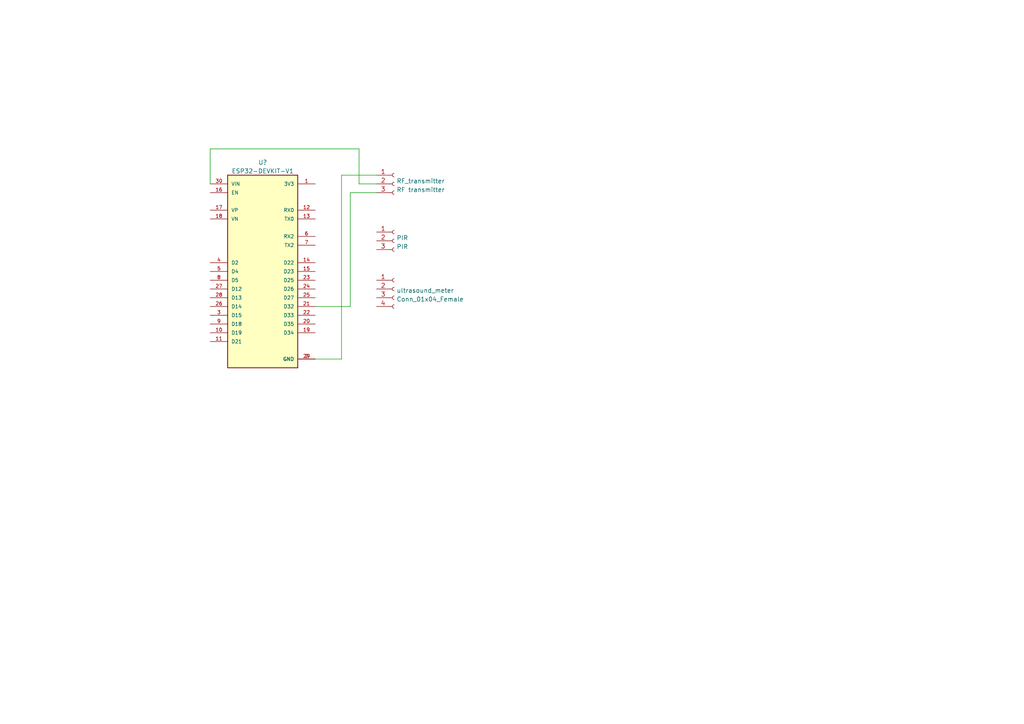
<source format=kicad_sch>
(kicad_sch (version 20211123) (generator eeschema)
  (paper "A4")
  (lib_symbols
    (symbol "Connector:Conn_01x03_Female" (pin_names (offset 1.016) hide)
      (property "Reference" "J" (at 0 5.08 0))
      (property "Value" "Conn_01x03_Female" (at 0 -5.08 0))
      (symbol "Conn_01x03_Female_1_1"
        (arc (start 0 -2.032) (mid -0.508 -2.54) (end 0 -3.048) (stroke (width 0.1524)))
        (polyline (pts (xy -1.27 -2.54) (xy -0.508 -2.54)) (stroke (width 0.1524)))
        (polyline (pts (xy -1.27 0) (xy -0.508 0)) (stroke (width 0.1524)))
        (polyline (pts (xy -1.27 2.54) (xy -0.508 2.54)) (stroke (width 0.1524)))
        (arc (start 0 0.508) (mid -0.508 0) (end 0 -0.508) (stroke (width 0.1524)))
        (arc (start 0 3.048) (mid -0.508 2.54) (end 0 2.032) (stroke (width 0.1524)))
        (pin passive line (at -5.08 2.54 0) (length 3.81) (name "Pin_1") (number "1"))
        (pin passive line (at -5.08 0 0) (length 3.81) (name "Pin_2") (number "2"))
        (pin passive line (at -5.08 -2.54 0) (length 3.81) (name "Pin_3") (number "3"))
      )
    )
    (symbol "Connector:Conn_01x04_Female" (pin_names (offset 1.016) hide)
      (property "Reference" "J" (at 0 5.08 0))
      (property "Value" "Conn_01x04_Female" (at 0 -7.62 0))
      (symbol "Conn_01x04_Female_1_1"
        (arc (start 0 -4.572) (mid -0.508 -5.08) (end 0 -5.588) (stroke (width 0.1524)))
        (arc (start 0 -2.032) (mid -0.508 -2.54) (end 0 -3.048) (stroke (width 0.1524)))
        (polyline (pts (xy -1.27 -5.08) (xy -0.508 -5.08)) (stroke (width 0.1524)))
        (polyline (pts (xy -1.27 -2.54) (xy -0.508 -2.54)) (stroke (width 0.1524)))
        (polyline (pts (xy -1.27 0) (xy -0.508 0)) (stroke (width 0.1524)))
        (polyline (pts (xy -1.27 2.54) (xy -0.508 2.54)) (stroke (width 0.1524)))
        (arc (start 0 0.508) (mid -0.508 0) (end 0 -0.508) (stroke (width 0.1524)))
        (arc (start 0 3.048) (mid -0.508 2.54) (end 0 2.032) (stroke (width 0.1524)))
        (pin passive line (at -5.08 2.54 0) (length 3.81) (name "Pin_1") (number "1"))
        (pin passive line (at -5.08 0 0) (length 3.81) (name "Pin_2") (number "2"))
        (pin passive line (at -5.08 -2.54 0) (length 3.81) (name "Pin_3") (number "3"))
        (pin passive line (at -5.08 -5.08 0) (length 3.81) (name "Pin_4") (number "4"))
      )
    )
    (symbol "ESP32-devkit-v1:ESP32-DEVKIT-V1" (pin_names (offset 1.016))
      (property "Reference" "U" (at -10.16 30.48 0))
      (property "Value" "ESP32-DEVKIT-V1" (at -10.16 -30.48 0))
      (symbol "ESP32-DEVKIT-V1_0_0"
        (rectangle (start -10.16 -27.94) (end 10.16 27.94) (stroke (width 0.254)) (fill (type background)))
        (pin output line (at 15.24 25.4 180) (length 5.08) (name "3V3") (number "1"))
        (pin bidirectional line (at -15.24 -17.78 0) (length 5.08) (name "D19") (number "10"))
        (pin bidirectional line (at -15.24 -20.32 0) (length 5.08) (name "D21") (number "11"))
        (pin input line (at 15.24 17.78 180) (length 5.08) (name "RX0") (number "12"))
        (pin output line (at 15.24 15.24 180) (length 5.08) (name "TX0") (number "13"))
        (pin bidirectional line (at 15.24 2.54 180) (length 5.08) (name "D22") (number "14"))
        (pin bidirectional line (at 15.24 0 180) (length 5.08) (name "D23") (number "15"))
        (pin input line (at -15.24 22.86 0) (length 5.08) (name "EN") (number "16"))
        (pin bidirectional line (at -15.24 17.78 0) (length 5.08) (name "VP") (number "17"))
        (pin bidirectional line (at -15.24 15.24 0) (length 5.08) (name "VN") (number "18"))
        (pin bidirectional line (at 15.24 -17.78 180) (length 5.08) (name "D34") (number "19"))
        (pin power_in line (at 15.24 -25.4 180) (length 5.08) (name "GND") (number "2"))
        (pin bidirectional line (at 15.24 -15.24 180) (length 5.08) (name "D35") (number "20"))
        (pin bidirectional line (at 15.24 -10.16 180) (length 5.08) (name "D32") (number "21"))
        (pin bidirectional line (at 15.24 -12.7 180) (length 5.08) (name "D33") (number "22"))
        (pin bidirectional line (at 15.24 -2.54 180) (length 5.08) (name "D25") (number "23"))
        (pin bidirectional line (at 15.24 -5.08 180) (length 5.08) (name "D26") (number "24"))
        (pin bidirectional line (at 15.24 -7.62 180) (length 5.08) (name "D27") (number "25"))
        (pin bidirectional line (at -15.24 -10.16 0) (length 5.08) (name "D14") (number "26"))
        (pin bidirectional line (at -15.24 -5.08 0) (length 5.08) (name "D12") (number "27"))
        (pin bidirectional line (at -15.24 -7.62 0) (length 5.08) (name "D13") (number "28"))
        (pin power_in line (at 15.24 -25.4 180) (length 5.08) (name "GND") (number "29"))
        (pin bidirectional line (at -15.24 -12.7 0) (length 5.08) (name "D15") (number "3"))
        (pin input line (at -15.24 25.4 0) (length 5.08) (name "VIN") (number "30"))
        (pin bidirectional line (at -15.24 2.54 0) (length 5.08) (name "D2") (number "4"))
        (pin bidirectional line (at -15.24 0 0) (length 5.08) (name "D4") (number "5"))
        (pin input line (at 15.24 10.16 180) (length 5.08) (name "RX2") (number "6"))
        (pin output line (at 15.24 7.62 180) (length 5.08) (name "TX2") (number "7"))
        (pin bidirectional line (at -15.24 -2.54 0) (length 5.08) (name "D5") (number "8"))
        (pin bidirectional line (at -15.24 -15.24 0) (length 5.08) (name "D18") (number "9"))
      )
    )
  )
  (wire (pts (xy 99.06 104.14) (xy 99.06 50.8)))
  (wire (pts (xy 99.06 50.8) (xy 109.22 50.8)))
  (wire (pts (xy 91.44 88.9) (xy 101.6 88.9)))
  (wire (pts (xy 60.96 43.18) (xy 104.14 43.18)))
  (wire (pts (xy 91.44 104.14) (xy 99.06 104.14)))
  (wire (pts (xy 60.96 53.34) (xy 60.96 43.18)))
  (wire (pts (xy 104.14 43.18) (xy 104.14 53.34)))
  (wire (pts (xy 101.6 55.88) (xy 109.22 55.88)))
  (wire (pts (xy 101.6 88.9) (xy 101.6 55.88)))
  (wire (pts (xy 104.14 53.34) (xy 109.22 53.34)))
  (symbol (lib_id "Connector:Conn_01x03_Female") (at 114.3 53.34 0) (unit 1)
    (property "Reference" "RF_transmitter" (at 115.0112 52.5053 0) (effects (justify left)))
    (property "Value" "RF transmitter" (at 115.0112 55.0422 0) (effects (justify left)))
  )
  (symbol (lib_id "Connector:Conn_01x04_Female") (at 114.3 83.82 0) (unit 1)
    (property "Reference" "ultrasound_meter" (at 115.0112 84.2553 0) (effects (justify left)))
    (property "Value" "Conn_01x04_Female" (at 115.0112 86.7922 0) (effects (justify left)))
  )
  (symbol (lib_id "Connector:Conn_01x03_Female") (at 114.3 69.85 0) (unit 1)
    (property "Reference" "PIR" (at 115.0112 69.0153 0) (effects (justify left)))
    (property "Value" "PIR" (at 115.0112 71.5522 0) (effects (justify left)))
  )
  (symbol (lib_id "ESP32-devkit-v1:ESP32-DEVKIT-V1") (at 76.2 78.74 0) (unit 1)
    (property "Reference" "U?" (at 76.2 47.1002 0))
    (property "Value" "ESP32-DEVKIT-V1" (at 76.2 49.6371 0))
    (property "Footprint" "Library:MODULE_ESP32_DEVKIT_V1" (effects hide))
    (property "STANDARD" "Manufacturer Recommendations" (effects hide))
    (property "MAXIMUM_PACKAGE_HEIGHT" "6.8 mm" (effects hide))
    (property "MANUFACTURER" "DOIT" (effects hide))
    (property "PARTREV" "N/A" (effects hide))
  )
)
</source>
